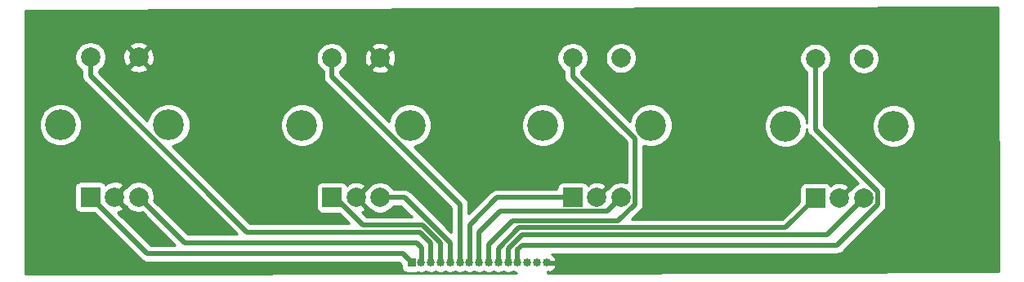
<source format=gbr>
%TF.GenerationSoftware,KiCad,Pcbnew,(5.1.6)-1*%
%TF.CreationDate,2020-06-17T13:42:06+02:00*%
%TF.ProjectId,antrieb smd,616e7472-6965-4622-9073-6d642e6b6963,rev?*%
%TF.SameCoordinates,Original*%
%TF.FileFunction,Copper,L2,Bot*%
%TF.FilePolarity,Positive*%
%FSLAX46Y46*%
G04 Gerber Fmt 4.6, Leading zero omitted, Abs format (unit mm)*
G04 Created by KiCad (PCBNEW (5.1.6)-1) date 2020-06-17 13:42:06*
%MOMM*%
%LPD*%
G01*
G04 APERTURE LIST*
%TA.AperFunction,ComponentPad*%
%ADD10C,2.000000*%
%TD*%
%TA.AperFunction,ComponentPad*%
%ADD11C,3.200000*%
%TD*%
%TA.AperFunction,ComponentPad*%
%ADD12R,2.000000X2.000000*%
%TD*%
%TA.AperFunction,ComponentPad*%
%ADD13R,0.850000X0.850000*%
%TD*%
%TA.AperFunction,ComponentPad*%
%ADD14O,0.850000X0.850000*%
%TD*%
%TA.AperFunction,Conductor*%
%ADD15C,0.500000*%
%TD*%
%TA.AperFunction,Conductor*%
%ADD16C,0.254000*%
%TD*%
G04 APERTURE END LIST*
D10*
%TO.P,SW4,S1*%
%TO.N,Net-(SW4-PadS1)*%
X106790500Y-20996500D03*
%TO.P,SW4,S2*%
%TO.N,Net-(J1-Pad12)*%
X101790500Y-20996500D03*
D11*
%TO.P,SW4,MP*%
%TO.N,N/C*%
X109890500Y-27996500D03*
X98690500Y-27996500D03*
D10*
%TO.P,SW4,B*%
%TO.N,Net-(J1-Pad11)*%
X106790500Y-35496500D03*
%TO.P,SW4,C*%
%TO.N,gnd*%
X104290500Y-35496500D03*
D12*
%TO.P,SW4,A*%
%TO.N,Net-(J1-Pad10)*%
X101790500Y-35496500D03*
%TD*%
D10*
%TO.P,SW3,S1*%
%TO.N,Net-(SW3-PadS1)*%
X81644500Y-20933000D03*
%TO.P,SW3,S2*%
%TO.N,Net-(J1-Pad9)*%
X76644500Y-20933000D03*
D11*
%TO.P,SW3,MP*%
%TO.N,N/C*%
X84744500Y-27933000D03*
X73544500Y-27933000D03*
D10*
%TO.P,SW3,B*%
%TO.N,Net-(J1-Pad8)*%
X81644500Y-35433000D03*
%TO.P,SW3,C*%
%TO.N,gnd*%
X79144500Y-35433000D03*
D12*
%TO.P,SW3,A*%
%TO.N,Net-(J1-Pad7)*%
X76644500Y-35433000D03*
%TD*%
%TO.P,SW2,A*%
%TO.N,Net-(J1-Pad4)*%
X51689000Y-35433000D03*
D10*
%TO.P,SW2,C*%
%TO.N,gnd*%
X54189000Y-35433000D03*
%TO.P,SW2,B*%
%TO.N,Net-(J1-Pad5)*%
X56689000Y-35433000D03*
D11*
%TO.P,SW2,MP*%
%TO.N,N/C*%
X48589000Y-27933000D03*
X59789000Y-27933000D03*
D10*
%TO.P,SW2,S2*%
%TO.N,Net-(J1-Pad6)*%
X51689000Y-20933000D03*
%TO.P,SW2,S1*%
%TO.N,gnd*%
X56689000Y-20933000D03*
%TD*%
D13*
%TO.P,J1,1*%
%TO.N,Net-(J1-Pad1)*%
X59944500Y-42202100D03*
D14*
%TO.P,J1,2*%
%TO.N,Net-(J1-Pad2)*%
X60944500Y-42202100D03*
%TO.P,J1,3*%
%TO.N,Net-(J1-Pad3)*%
X61944500Y-42202100D03*
%TO.P,J1,4*%
%TO.N,Net-(J1-Pad4)*%
X62944500Y-42202100D03*
%TO.P,J1,5*%
%TO.N,Net-(J1-Pad5)*%
X63944500Y-42202100D03*
%TO.P,J1,6*%
%TO.N,Net-(J1-Pad6)*%
X64944500Y-42202100D03*
%TO.P,J1,7*%
%TO.N,Net-(J1-Pad7)*%
X65944500Y-42202100D03*
%TO.P,J1,8*%
%TO.N,Net-(J1-Pad8)*%
X66944500Y-42202100D03*
%TO.P,J1,9*%
%TO.N,Net-(J1-Pad9)*%
X67944500Y-42202100D03*
%TO.P,J1,10*%
%TO.N,Net-(J1-Pad10)*%
X68944500Y-42202100D03*
%TO.P,J1,11*%
%TO.N,Net-(J1-Pad11)*%
X69944500Y-42202100D03*
%TO.P,J1,12*%
%TO.N,Net-(J1-Pad12)*%
X70944500Y-42202100D03*
%TO.P,J1,13*%
%TO.N,data*%
X71944500Y-42202100D03*
%TO.P,J1,14*%
%TO.N,5v*%
X72944500Y-42202100D03*
%TO.P,J1,15*%
%TO.N,gnd*%
X73944500Y-42202100D03*
%TD*%
D10*
%TO.P,SW1,S1*%
%TO.N,gnd*%
X31670000Y-20869500D03*
%TO.P,SW1,S2*%
%TO.N,Net-(J1-Pad3)*%
X26670000Y-20869500D03*
D11*
%TO.P,SW1,MP*%
%TO.N,N/C*%
X34770000Y-27869500D03*
X23570000Y-27869500D03*
D10*
%TO.P,SW1,B*%
%TO.N,Net-(J1-Pad2)*%
X31670000Y-35369500D03*
%TO.P,SW1,C*%
%TO.N,gnd*%
X29170000Y-35369500D03*
D12*
%TO.P,SW1,A*%
%TO.N,Net-(J1-Pad1)*%
X26670000Y-35369500D03*
%TD*%
D15*
%TO.N,Net-(J1-Pad1)*%
X32588200Y-41287700D02*
X26670000Y-35369500D01*
X59944500Y-42202100D02*
X59030100Y-41287700D01*
X59030100Y-41287700D02*
X32588200Y-41287700D01*
%TO.N,Net-(J1-Pad2)*%
X60969900Y-42176700D02*
X60944500Y-42202100D01*
X31670000Y-35369500D02*
X36407100Y-40106600D01*
X60969900Y-40627698D02*
X60969900Y-42176700D01*
X60448802Y-40106600D02*
X60969900Y-40627698D01*
X36407100Y-40106600D02*
X60448802Y-40106600D01*
%TO.N,Net-(J1-Pad3)*%
X42880898Y-39014400D02*
X26670000Y-22803502D01*
X60807600Y-39014400D02*
X42880898Y-39014400D01*
X26670000Y-22803502D02*
X26670000Y-20869500D01*
X61944500Y-42202100D02*
X61944500Y-40151300D01*
X61944500Y-40151300D02*
X60807600Y-39014400D01*
%TO.N,Net-(J1-Pad4)*%
X62944500Y-40161337D02*
X62944500Y-42202100D01*
X54924388Y-38314390D02*
X61097553Y-38314390D01*
X51689000Y-35433000D02*
X52042998Y-35433000D01*
X61097553Y-38314390D02*
X62944500Y-40161337D01*
X52042998Y-35433000D02*
X54924388Y-38314390D01*
%TO.N,Net-(J1-Pad5)*%
X63944500Y-40171375D02*
X63944500Y-42202100D01*
X56689000Y-35433000D02*
X59206125Y-35433000D01*
X59206125Y-35433000D02*
X63944500Y-40171375D01*
%TO.N,Net-(J1-Pad6)*%
X51689000Y-22867002D02*
X51689000Y-20933000D01*
X64969900Y-36147902D02*
X51689000Y-22867002D01*
X64944500Y-42202100D02*
X64969900Y-42176700D01*
X64969900Y-42176700D02*
X64969900Y-36147902D01*
%TO.N,Net-(J1-Pad7)*%
X68783200Y-35433000D02*
X76644500Y-35433000D01*
X65969900Y-38246300D02*
X68783200Y-35433000D01*
X65944500Y-42202100D02*
X65969900Y-42176700D01*
X65969900Y-42176700D02*
X65969900Y-38246300D01*
%TO.N,Net-(J1-Pad8)*%
X80194499Y-36883001D02*
X81644500Y-35433000D01*
X69111199Y-36883001D02*
X80194499Y-36883001D01*
X66944500Y-42202100D02*
X66944500Y-39049700D01*
X66944500Y-39049700D02*
X69111199Y-36883001D01*
%TO.N,Net-(J1-Pad9)*%
X76644500Y-22867002D02*
X76644500Y-20933000D01*
X67944500Y-42202100D02*
X67944500Y-40335700D01*
X83094501Y-29317003D02*
X76644500Y-22867002D01*
X70408800Y-37871400D02*
X81352102Y-37871400D01*
X67944500Y-40335700D02*
X70408800Y-37871400D01*
X81352102Y-37871400D02*
X83094501Y-36129001D01*
X83094501Y-36129001D02*
X83094501Y-29317003D01*
%TO.N,Net-(J1-Pad10)*%
X98715591Y-38571409D02*
X101790500Y-35496500D01*
X68944500Y-40733970D02*
X71107061Y-38571409D01*
X71107061Y-38571409D02*
X98715591Y-38571409D01*
X68944500Y-42202100D02*
X68944500Y-40733970D01*
%TO.N,Net-(J1-Pad11)*%
X69944500Y-40723935D02*
X71397015Y-39271420D01*
X103015580Y-39271420D02*
X105790501Y-36496499D01*
X105790501Y-36496499D02*
X106790500Y-35496500D01*
X69944500Y-42202100D02*
X69944500Y-40723935D01*
X71397015Y-39271420D02*
X103015580Y-39271420D01*
%TO.N,Net-(J1-Pad12)*%
X71372701Y-40412699D02*
X70942200Y-40843200D01*
X101790500Y-28350498D02*
X108240501Y-34800499D01*
X101790500Y-20996500D02*
X101790500Y-28350498D01*
X108240501Y-34800499D02*
X108240501Y-36192501D01*
X104020303Y-40412699D02*
X71372701Y-40412699D01*
X108240501Y-36192501D02*
X104020303Y-40412699D01*
X70942200Y-42199800D02*
X70944500Y-42202100D01*
X70942200Y-40843200D02*
X70942200Y-42199800D01*
%TD*%
D16*
%TO.N,gnd*%
G36*
X120751135Y-43142204D02*
G01*
X74071502Y-43253682D01*
X74071502Y-43094359D01*
X74234562Y-43221640D01*
X74269750Y-43210972D01*
X74460322Y-43128134D01*
X74631071Y-43009709D01*
X74775436Y-42860248D01*
X74887868Y-42685494D01*
X74964047Y-42492164D01*
X74838121Y-42329100D01*
X74071500Y-42329100D01*
X74071500Y-42349100D01*
X73996027Y-42349100D01*
X74004500Y-42306501D01*
X74004500Y-42097699D01*
X73996027Y-42055100D01*
X74071500Y-42055100D01*
X74071500Y-42075100D01*
X74838121Y-42075100D01*
X74964047Y-41912036D01*
X74887868Y-41718706D01*
X74775436Y-41543952D01*
X74631071Y-41394491D01*
X74491513Y-41297699D01*
X103976834Y-41297699D01*
X104020303Y-41301980D01*
X104063772Y-41297699D01*
X104063780Y-41297699D01*
X104193793Y-41284894D01*
X104360616Y-41234288D01*
X104514362Y-41152110D01*
X104649120Y-41041516D01*
X104676837Y-41007743D01*
X108835550Y-36849031D01*
X108869318Y-36821318D01*
X108935497Y-36740680D01*
X108979911Y-36686561D01*
X108979912Y-36686560D01*
X109062090Y-36532814D01*
X109112696Y-36365991D01*
X109125501Y-36235978D01*
X109125501Y-36235968D01*
X109129782Y-36192502D01*
X109125501Y-36149036D01*
X109125501Y-34843968D01*
X109129782Y-34800499D01*
X109125501Y-34757030D01*
X109125501Y-34757022D01*
X109112696Y-34627009D01*
X109062090Y-34460186D01*
X108979912Y-34306440D01*
X108897033Y-34205452D01*
X108897031Y-34205450D01*
X108869318Y-34171682D01*
X108835552Y-34143971D01*
X102675500Y-27983920D01*
X102675500Y-27776372D01*
X107655500Y-27776372D01*
X107655500Y-28216628D01*
X107741390Y-28648425D01*
X107909869Y-29055169D01*
X108154462Y-29421229D01*
X108465771Y-29732538D01*
X108831831Y-29977131D01*
X109238575Y-30145610D01*
X109670372Y-30231500D01*
X110110628Y-30231500D01*
X110542425Y-30145610D01*
X110949169Y-29977131D01*
X111315229Y-29732538D01*
X111626538Y-29421229D01*
X111871131Y-29055169D01*
X112039610Y-28648425D01*
X112125500Y-28216628D01*
X112125500Y-27776372D01*
X112039610Y-27344575D01*
X111871131Y-26937831D01*
X111626538Y-26571771D01*
X111315229Y-26260462D01*
X110949169Y-26015869D01*
X110542425Y-25847390D01*
X110110628Y-25761500D01*
X109670372Y-25761500D01*
X109238575Y-25847390D01*
X108831831Y-26015869D01*
X108465771Y-26260462D01*
X108154462Y-26571771D01*
X107909869Y-26937831D01*
X107741390Y-27344575D01*
X107655500Y-27776372D01*
X102675500Y-27776372D01*
X102675500Y-22371559D01*
X102832752Y-22266487D01*
X103060487Y-22038752D01*
X103239418Y-21770963D01*
X103362668Y-21473412D01*
X103425500Y-21157533D01*
X103425500Y-20835467D01*
X105155500Y-20835467D01*
X105155500Y-21157533D01*
X105218332Y-21473412D01*
X105341582Y-21770963D01*
X105520513Y-22038752D01*
X105748248Y-22266487D01*
X106016037Y-22445418D01*
X106313588Y-22568668D01*
X106629467Y-22631500D01*
X106951533Y-22631500D01*
X107267412Y-22568668D01*
X107564963Y-22445418D01*
X107832752Y-22266487D01*
X108060487Y-22038752D01*
X108239418Y-21770963D01*
X108362668Y-21473412D01*
X108425500Y-21157533D01*
X108425500Y-20835467D01*
X108362668Y-20519588D01*
X108239418Y-20222037D01*
X108060487Y-19954248D01*
X107832752Y-19726513D01*
X107564963Y-19547582D01*
X107267412Y-19424332D01*
X106951533Y-19361500D01*
X106629467Y-19361500D01*
X106313588Y-19424332D01*
X106016037Y-19547582D01*
X105748248Y-19726513D01*
X105520513Y-19954248D01*
X105341582Y-20222037D01*
X105218332Y-20519588D01*
X105155500Y-20835467D01*
X103425500Y-20835467D01*
X103362668Y-20519588D01*
X103239418Y-20222037D01*
X103060487Y-19954248D01*
X102832752Y-19726513D01*
X102564963Y-19547582D01*
X102267412Y-19424332D01*
X101951533Y-19361500D01*
X101629467Y-19361500D01*
X101313588Y-19424332D01*
X101016037Y-19547582D01*
X100748248Y-19726513D01*
X100520513Y-19954248D01*
X100341582Y-20222037D01*
X100218332Y-20519588D01*
X100155500Y-20835467D01*
X100155500Y-21157533D01*
X100218332Y-21473412D01*
X100341582Y-21770963D01*
X100520513Y-22038752D01*
X100748248Y-22266487D01*
X100905500Y-22371560D01*
X100905501Y-27675830D01*
X100839610Y-27344575D01*
X100671131Y-26937831D01*
X100426538Y-26571771D01*
X100115229Y-26260462D01*
X99749169Y-26015869D01*
X99342425Y-25847390D01*
X98910628Y-25761500D01*
X98470372Y-25761500D01*
X98038575Y-25847390D01*
X97631831Y-26015869D01*
X97265771Y-26260462D01*
X96954462Y-26571771D01*
X96709869Y-26937831D01*
X96541390Y-27344575D01*
X96455500Y-27776372D01*
X96455500Y-28216628D01*
X96541390Y-28648425D01*
X96709869Y-29055169D01*
X96954462Y-29421229D01*
X97265771Y-29732538D01*
X97631831Y-29977131D01*
X98038575Y-30145610D01*
X98470372Y-30231500D01*
X98910628Y-30231500D01*
X99342425Y-30145610D01*
X99749169Y-29977131D01*
X100115229Y-29732538D01*
X100426538Y-29421229D01*
X100671131Y-29055169D01*
X100839610Y-28648425D01*
X100903521Y-28327124D01*
X100901219Y-28350498D01*
X100918305Y-28523988D01*
X100968912Y-28690811D01*
X101051090Y-28844557D01*
X101133968Y-28945544D01*
X101133971Y-28945547D01*
X101161684Y-28979315D01*
X101195452Y-29007028D01*
X106171578Y-33983155D01*
X106016037Y-34047582D01*
X105748248Y-34226513D01*
X105520513Y-34454248D01*
X105455575Y-34551435D01*
X105425913Y-34540692D01*
X104470105Y-35496500D01*
X104484248Y-35510643D01*
X104304643Y-35690248D01*
X104290500Y-35676105D01*
X104276358Y-35690248D01*
X104096753Y-35510643D01*
X104110895Y-35496500D01*
X104096753Y-35482358D01*
X104276358Y-35302753D01*
X104290500Y-35316895D01*
X105246308Y-34361087D01*
X105150544Y-34096686D01*
X104860929Y-33955796D01*
X104549392Y-33874116D01*
X104227905Y-33854782D01*
X103908825Y-33898539D01*
X103604412Y-34003705D01*
X103430456Y-34096686D01*
X103376476Y-34245723D01*
X103321037Y-34142006D01*
X103241685Y-34045315D01*
X103144994Y-33965963D01*
X103034680Y-33906998D01*
X102914982Y-33870688D01*
X102790500Y-33858428D01*
X100790500Y-33858428D01*
X100666018Y-33870688D01*
X100546320Y-33906998D01*
X100436006Y-33965963D01*
X100339315Y-34045315D01*
X100259963Y-34142006D01*
X100200998Y-34252320D01*
X100164688Y-34372018D01*
X100152428Y-34496500D01*
X100152428Y-35882993D01*
X98349013Y-37686409D01*
X82788671Y-37686409D01*
X83689551Y-36785530D01*
X83723318Y-36757818D01*
X83781799Y-36686560D01*
X83833911Y-36623061D01*
X83833912Y-36623060D01*
X83916090Y-36469314D01*
X83966696Y-36302491D01*
X83979501Y-36172478D01*
X83979501Y-36172468D01*
X83983782Y-36129002D01*
X83979501Y-36085536D01*
X83979501Y-30035273D01*
X84092575Y-30082110D01*
X84524372Y-30168000D01*
X84964628Y-30168000D01*
X85396425Y-30082110D01*
X85803169Y-29913631D01*
X86169229Y-29669038D01*
X86480538Y-29357729D01*
X86725131Y-28991669D01*
X86893610Y-28584925D01*
X86979500Y-28153128D01*
X86979500Y-27712872D01*
X86893610Y-27281075D01*
X86725131Y-26874331D01*
X86480538Y-26508271D01*
X86169229Y-26196962D01*
X85803169Y-25952369D01*
X85396425Y-25783890D01*
X84964628Y-25698000D01*
X84524372Y-25698000D01*
X84092575Y-25783890D01*
X83685831Y-25952369D01*
X83319771Y-26196962D01*
X83008462Y-26508271D01*
X82763869Y-26874331D01*
X82595390Y-27281075D01*
X82548066Y-27518989D01*
X77529500Y-22500424D01*
X77529500Y-22308059D01*
X77686752Y-22202987D01*
X77914487Y-21975252D01*
X78093418Y-21707463D01*
X78216668Y-21409912D01*
X78279500Y-21094033D01*
X78279500Y-20771967D01*
X80009500Y-20771967D01*
X80009500Y-21094033D01*
X80072332Y-21409912D01*
X80195582Y-21707463D01*
X80374513Y-21975252D01*
X80602248Y-22202987D01*
X80870037Y-22381918D01*
X81167588Y-22505168D01*
X81483467Y-22568000D01*
X81805533Y-22568000D01*
X82121412Y-22505168D01*
X82418963Y-22381918D01*
X82686752Y-22202987D01*
X82914487Y-21975252D01*
X83093418Y-21707463D01*
X83216668Y-21409912D01*
X83279500Y-21094033D01*
X83279500Y-20771967D01*
X83216668Y-20456088D01*
X83093418Y-20158537D01*
X82914487Y-19890748D01*
X82686752Y-19663013D01*
X82418963Y-19484082D01*
X82121412Y-19360832D01*
X81805533Y-19298000D01*
X81483467Y-19298000D01*
X81167588Y-19360832D01*
X80870037Y-19484082D01*
X80602248Y-19663013D01*
X80374513Y-19890748D01*
X80195582Y-20158537D01*
X80072332Y-20456088D01*
X80009500Y-20771967D01*
X78279500Y-20771967D01*
X78216668Y-20456088D01*
X78093418Y-20158537D01*
X77914487Y-19890748D01*
X77686752Y-19663013D01*
X77418963Y-19484082D01*
X77121412Y-19360832D01*
X76805533Y-19298000D01*
X76483467Y-19298000D01*
X76167588Y-19360832D01*
X75870037Y-19484082D01*
X75602248Y-19663013D01*
X75374513Y-19890748D01*
X75195582Y-20158537D01*
X75072332Y-20456088D01*
X75009500Y-20771967D01*
X75009500Y-21094033D01*
X75072332Y-21409912D01*
X75195582Y-21707463D01*
X75374513Y-21975252D01*
X75602248Y-22202987D01*
X75759500Y-22308060D01*
X75759500Y-22823533D01*
X75755219Y-22867002D01*
X75759500Y-22910471D01*
X75759500Y-22910478D01*
X75772305Y-23040491D01*
X75822911Y-23207314D01*
X75905089Y-23361060D01*
X76015683Y-23495819D01*
X76049456Y-23523536D01*
X82209502Y-29683583D01*
X82209501Y-33897320D01*
X82121412Y-33860832D01*
X81805533Y-33798000D01*
X81483467Y-33798000D01*
X81167588Y-33860832D01*
X80870037Y-33984082D01*
X80602248Y-34163013D01*
X80374513Y-34390748D01*
X80309575Y-34487935D01*
X80279913Y-34477192D01*
X79324105Y-35433000D01*
X79338248Y-35447143D01*
X79158643Y-35626748D01*
X79144500Y-35612605D01*
X79130358Y-35626748D01*
X78950753Y-35447143D01*
X78964895Y-35433000D01*
X78950753Y-35418858D01*
X79130358Y-35239253D01*
X79144500Y-35253395D01*
X80100308Y-34297587D01*
X80004544Y-34033186D01*
X79714929Y-33892296D01*
X79403392Y-33810616D01*
X79081905Y-33791282D01*
X78762825Y-33835039D01*
X78458412Y-33940205D01*
X78284456Y-34033186D01*
X78230476Y-34182223D01*
X78175037Y-34078506D01*
X78095685Y-33981815D01*
X77998994Y-33902463D01*
X77888680Y-33843498D01*
X77768982Y-33807188D01*
X77644500Y-33794928D01*
X75644500Y-33794928D01*
X75520018Y-33807188D01*
X75400320Y-33843498D01*
X75290006Y-33902463D01*
X75193315Y-33981815D01*
X75113963Y-34078506D01*
X75054998Y-34188820D01*
X75018688Y-34308518D01*
X75006428Y-34433000D01*
X75006428Y-34548000D01*
X68826666Y-34548000D01*
X68783199Y-34543719D01*
X68739733Y-34548000D01*
X68739723Y-34548000D01*
X68609710Y-34560805D01*
X68442887Y-34611411D01*
X68289141Y-34693589D01*
X68289139Y-34693590D01*
X68289140Y-34693590D01*
X68188153Y-34776468D01*
X68188151Y-34776470D01*
X68154383Y-34804183D01*
X68126670Y-34837951D01*
X65854900Y-37109722D01*
X65854900Y-36191371D01*
X65859181Y-36147902D01*
X65854900Y-36104433D01*
X65854900Y-36104425D01*
X65842095Y-35974412D01*
X65791489Y-35807589D01*
X65709311Y-35653843D01*
X65598717Y-35519085D01*
X65564949Y-35491372D01*
X60203011Y-30129434D01*
X60440925Y-30082110D01*
X60847669Y-29913631D01*
X61213729Y-29669038D01*
X61525038Y-29357729D01*
X61769631Y-28991669D01*
X61938110Y-28584925D01*
X62024000Y-28153128D01*
X62024000Y-27712872D01*
X71309500Y-27712872D01*
X71309500Y-28153128D01*
X71395390Y-28584925D01*
X71563869Y-28991669D01*
X71808462Y-29357729D01*
X72119771Y-29669038D01*
X72485831Y-29913631D01*
X72892575Y-30082110D01*
X73324372Y-30168000D01*
X73764628Y-30168000D01*
X74196425Y-30082110D01*
X74603169Y-29913631D01*
X74969229Y-29669038D01*
X75280538Y-29357729D01*
X75525131Y-28991669D01*
X75693610Y-28584925D01*
X75779500Y-28153128D01*
X75779500Y-27712872D01*
X75693610Y-27281075D01*
X75525131Y-26874331D01*
X75280538Y-26508271D01*
X74969229Y-26196962D01*
X74603169Y-25952369D01*
X74196425Y-25783890D01*
X73764628Y-25698000D01*
X73324372Y-25698000D01*
X72892575Y-25783890D01*
X72485831Y-25952369D01*
X72119771Y-26196962D01*
X71808462Y-26508271D01*
X71563869Y-26874331D01*
X71395390Y-27281075D01*
X71309500Y-27712872D01*
X62024000Y-27712872D01*
X61938110Y-27281075D01*
X61769631Y-26874331D01*
X61525038Y-26508271D01*
X61213729Y-26196962D01*
X60847669Y-25952369D01*
X60440925Y-25783890D01*
X60009128Y-25698000D01*
X59568872Y-25698000D01*
X59137075Y-25783890D01*
X58730331Y-25952369D01*
X58364271Y-26196962D01*
X58052962Y-26508271D01*
X57808369Y-26874331D01*
X57639890Y-27281075D01*
X57592566Y-27518989D01*
X52574000Y-22500424D01*
X52574000Y-22308059D01*
X52731252Y-22202987D01*
X52865826Y-22068413D01*
X55733192Y-22068413D01*
X55828956Y-22332814D01*
X56118571Y-22473704D01*
X56430108Y-22555384D01*
X56751595Y-22574718D01*
X57070675Y-22530961D01*
X57375088Y-22425795D01*
X57549044Y-22332814D01*
X57644808Y-22068413D01*
X56689000Y-21112605D01*
X55733192Y-22068413D01*
X52865826Y-22068413D01*
X52958987Y-21975252D01*
X53137918Y-21707463D01*
X53261168Y-21409912D01*
X53324000Y-21094033D01*
X53324000Y-20995595D01*
X55047282Y-20995595D01*
X55091039Y-21314675D01*
X55196205Y-21619088D01*
X55289186Y-21793044D01*
X55553587Y-21888808D01*
X56509395Y-20933000D01*
X56868605Y-20933000D01*
X57824413Y-21888808D01*
X58088814Y-21793044D01*
X58229704Y-21503429D01*
X58311384Y-21191892D01*
X58330718Y-20870405D01*
X58286961Y-20551325D01*
X58181795Y-20246912D01*
X58088814Y-20072956D01*
X57824413Y-19977192D01*
X56868605Y-20933000D01*
X56509395Y-20933000D01*
X55553587Y-19977192D01*
X55289186Y-20072956D01*
X55148296Y-20362571D01*
X55066616Y-20674108D01*
X55047282Y-20995595D01*
X53324000Y-20995595D01*
X53324000Y-20771967D01*
X53261168Y-20456088D01*
X53137918Y-20158537D01*
X52958987Y-19890748D01*
X52865826Y-19797587D01*
X55733192Y-19797587D01*
X56689000Y-20753395D01*
X57644808Y-19797587D01*
X57549044Y-19533186D01*
X57259429Y-19392296D01*
X56947892Y-19310616D01*
X56626405Y-19291282D01*
X56307325Y-19335039D01*
X56002912Y-19440205D01*
X55828956Y-19533186D01*
X55733192Y-19797587D01*
X52865826Y-19797587D01*
X52731252Y-19663013D01*
X52463463Y-19484082D01*
X52165912Y-19360832D01*
X51850033Y-19298000D01*
X51527967Y-19298000D01*
X51212088Y-19360832D01*
X50914537Y-19484082D01*
X50646748Y-19663013D01*
X50419013Y-19890748D01*
X50240082Y-20158537D01*
X50116832Y-20456088D01*
X50054000Y-20771967D01*
X50054000Y-21094033D01*
X50116832Y-21409912D01*
X50240082Y-21707463D01*
X50419013Y-21975252D01*
X50646748Y-22202987D01*
X50804000Y-22308060D01*
X50804000Y-22823533D01*
X50799719Y-22867002D01*
X50804000Y-22910471D01*
X50804000Y-22910478D01*
X50816805Y-23040491D01*
X50867411Y-23207314D01*
X50949589Y-23361060D01*
X51060183Y-23495819D01*
X51093956Y-23523536D01*
X64084901Y-36514482D01*
X64084901Y-39060197D01*
X59862659Y-34837956D01*
X59834942Y-34804183D01*
X59700184Y-34693589D01*
X59546438Y-34611411D01*
X59379615Y-34560805D01*
X59249602Y-34548000D01*
X59249594Y-34548000D01*
X59206125Y-34543719D01*
X59162656Y-34548000D01*
X58064059Y-34548000D01*
X57958987Y-34390748D01*
X57731252Y-34163013D01*
X57463463Y-33984082D01*
X57165912Y-33860832D01*
X56850033Y-33798000D01*
X56527967Y-33798000D01*
X56212088Y-33860832D01*
X55914537Y-33984082D01*
X55646748Y-34163013D01*
X55419013Y-34390748D01*
X55354075Y-34487935D01*
X55324413Y-34477192D01*
X54368605Y-35433000D01*
X55324413Y-36388808D01*
X55354075Y-36378065D01*
X55419013Y-36475252D01*
X55646748Y-36702987D01*
X55914537Y-36881918D01*
X56212088Y-37005168D01*
X56527967Y-37068000D01*
X56850033Y-37068000D01*
X57165912Y-37005168D01*
X57463463Y-36881918D01*
X57731252Y-36702987D01*
X57958987Y-36475252D01*
X58064059Y-36318000D01*
X58839547Y-36318000D01*
X59950937Y-37429390D01*
X55290967Y-37429390D01*
X54809894Y-36948318D01*
X54875088Y-36925795D01*
X55049044Y-36832814D01*
X55144808Y-36568413D01*
X54189000Y-35612605D01*
X54174858Y-35626748D01*
X53995253Y-35447143D01*
X54009395Y-35433000D01*
X53995253Y-35418858D01*
X54174858Y-35239253D01*
X54189000Y-35253395D01*
X55144808Y-34297587D01*
X55049044Y-34033186D01*
X54759429Y-33892296D01*
X54447892Y-33810616D01*
X54126405Y-33791282D01*
X53807325Y-33835039D01*
X53502912Y-33940205D01*
X53328956Y-34033186D01*
X53274976Y-34182223D01*
X53219537Y-34078506D01*
X53140185Y-33981815D01*
X53043494Y-33902463D01*
X52933180Y-33843498D01*
X52813482Y-33807188D01*
X52689000Y-33794928D01*
X50689000Y-33794928D01*
X50564518Y-33807188D01*
X50444820Y-33843498D01*
X50334506Y-33902463D01*
X50237815Y-33981815D01*
X50158463Y-34078506D01*
X50099498Y-34188820D01*
X50063188Y-34308518D01*
X50050928Y-34433000D01*
X50050928Y-36433000D01*
X50063188Y-36557482D01*
X50099498Y-36677180D01*
X50158463Y-36787494D01*
X50237815Y-36884185D01*
X50334506Y-36963537D01*
X50444820Y-37022502D01*
X50564518Y-37058812D01*
X50689000Y-37071072D01*
X52429492Y-37071072D01*
X53487819Y-38129400D01*
X43247477Y-38129400D01*
X35184011Y-30065934D01*
X35421925Y-30018610D01*
X35828669Y-29850131D01*
X36194729Y-29605538D01*
X36506038Y-29294229D01*
X36750631Y-28928169D01*
X36919110Y-28521425D01*
X37005000Y-28089628D01*
X37005000Y-27712872D01*
X46354000Y-27712872D01*
X46354000Y-28153128D01*
X46439890Y-28584925D01*
X46608369Y-28991669D01*
X46852962Y-29357729D01*
X47164271Y-29669038D01*
X47530331Y-29913631D01*
X47937075Y-30082110D01*
X48368872Y-30168000D01*
X48809128Y-30168000D01*
X49240925Y-30082110D01*
X49647669Y-29913631D01*
X50013729Y-29669038D01*
X50325038Y-29357729D01*
X50569631Y-28991669D01*
X50738110Y-28584925D01*
X50824000Y-28153128D01*
X50824000Y-27712872D01*
X50738110Y-27281075D01*
X50569631Y-26874331D01*
X50325038Y-26508271D01*
X50013729Y-26196962D01*
X49647669Y-25952369D01*
X49240925Y-25783890D01*
X48809128Y-25698000D01*
X48368872Y-25698000D01*
X47937075Y-25783890D01*
X47530331Y-25952369D01*
X47164271Y-26196962D01*
X46852962Y-26508271D01*
X46608369Y-26874331D01*
X46439890Y-27281075D01*
X46354000Y-27712872D01*
X37005000Y-27712872D01*
X37005000Y-27649372D01*
X36919110Y-27217575D01*
X36750631Y-26810831D01*
X36506038Y-26444771D01*
X36194729Y-26133462D01*
X35828669Y-25888869D01*
X35421925Y-25720390D01*
X34990128Y-25634500D01*
X34549872Y-25634500D01*
X34118075Y-25720390D01*
X33711331Y-25888869D01*
X33345271Y-26133462D01*
X33033962Y-26444771D01*
X32789369Y-26810831D01*
X32620890Y-27217575D01*
X32573566Y-27455489D01*
X27555000Y-22436924D01*
X27555000Y-22244559D01*
X27712252Y-22139487D01*
X27846826Y-22004913D01*
X30714192Y-22004913D01*
X30809956Y-22269314D01*
X31099571Y-22410204D01*
X31411108Y-22491884D01*
X31732595Y-22511218D01*
X32051675Y-22467461D01*
X32356088Y-22362295D01*
X32530044Y-22269314D01*
X32625808Y-22004913D01*
X31670000Y-21049105D01*
X30714192Y-22004913D01*
X27846826Y-22004913D01*
X27939987Y-21911752D01*
X28118918Y-21643963D01*
X28242168Y-21346412D01*
X28305000Y-21030533D01*
X28305000Y-20932095D01*
X30028282Y-20932095D01*
X30072039Y-21251175D01*
X30177205Y-21555588D01*
X30270186Y-21729544D01*
X30534587Y-21825308D01*
X31490395Y-20869500D01*
X31849605Y-20869500D01*
X32805413Y-21825308D01*
X33069814Y-21729544D01*
X33210704Y-21439929D01*
X33292384Y-21128392D01*
X33311718Y-20806905D01*
X33267961Y-20487825D01*
X33162795Y-20183412D01*
X33069814Y-20009456D01*
X32805413Y-19913692D01*
X31849605Y-20869500D01*
X31490395Y-20869500D01*
X30534587Y-19913692D01*
X30270186Y-20009456D01*
X30129296Y-20299071D01*
X30047616Y-20610608D01*
X30028282Y-20932095D01*
X28305000Y-20932095D01*
X28305000Y-20708467D01*
X28242168Y-20392588D01*
X28118918Y-20095037D01*
X27939987Y-19827248D01*
X27846826Y-19734087D01*
X30714192Y-19734087D01*
X31670000Y-20689895D01*
X32625808Y-19734087D01*
X32530044Y-19469686D01*
X32240429Y-19328796D01*
X31928892Y-19247116D01*
X31607405Y-19227782D01*
X31288325Y-19271539D01*
X30983912Y-19376705D01*
X30809956Y-19469686D01*
X30714192Y-19734087D01*
X27846826Y-19734087D01*
X27712252Y-19599513D01*
X27444463Y-19420582D01*
X27146912Y-19297332D01*
X26831033Y-19234500D01*
X26508967Y-19234500D01*
X26193088Y-19297332D01*
X25895537Y-19420582D01*
X25627748Y-19599513D01*
X25400013Y-19827248D01*
X25221082Y-20095037D01*
X25097832Y-20392588D01*
X25035000Y-20708467D01*
X25035000Y-21030533D01*
X25097832Y-21346412D01*
X25221082Y-21643963D01*
X25400013Y-21911752D01*
X25627748Y-22139487D01*
X25785000Y-22244560D01*
X25785000Y-22760033D01*
X25780719Y-22803502D01*
X25785000Y-22846971D01*
X25785000Y-22846978D01*
X25797805Y-22976991D01*
X25848411Y-23143814D01*
X25930589Y-23297560D01*
X26041183Y-23432319D01*
X26074956Y-23460036D01*
X41836519Y-39221600D01*
X36773679Y-39221600D01*
X33268103Y-35716025D01*
X33305000Y-35530533D01*
X33305000Y-35208467D01*
X33242168Y-34892588D01*
X33118918Y-34595037D01*
X32939987Y-34327248D01*
X32712252Y-34099513D01*
X32444463Y-33920582D01*
X32146912Y-33797332D01*
X31831033Y-33734500D01*
X31508967Y-33734500D01*
X31193088Y-33797332D01*
X30895537Y-33920582D01*
X30627748Y-34099513D01*
X30400013Y-34327248D01*
X30335075Y-34424435D01*
X30305413Y-34413692D01*
X29349605Y-35369500D01*
X30305413Y-36325308D01*
X30335075Y-36314565D01*
X30400013Y-36411752D01*
X30627748Y-36639487D01*
X30895537Y-36818418D01*
X31193088Y-36941668D01*
X31508967Y-37004500D01*
X31831033Y-37004500D01*
X32016525Y-36967603D01*
X35451621Y-40402700D01*
X32954779Y-40402700D01*
X29523415Y-36971336D01*
X29551675Y-36967461D01*
X29856088Y-36862295D01*
X30030044Y-36769314D01*
X30125808Y-36504913D01*
X29170000Y-35549105D01*
X29155858Y-35563248D01*
X28976253Y-35383643D01*
X28990395Y-35369500D01*
X28976253Y-35355358D01*
X29155858Y-35175753D01*
X29170000Y-35189895D01*
X30125808Y-34234087D01*
X30030044Y-33969686D01*
X29740429Y-33828796D01*
X29428892Y-33747116D01*
X29107405Y-33727782D01*
X28788325Y-33771539D01*
X28483912Y-33876705D01*
X28309956Y-33969686D01*
X28255976Y-34118723D01*
X28200537Y-34015006D01*
X28121185Y-33918315D01*
X28024494Y-33838963D01*
X27914180Y-33779998D01*
X27794482Y-33743688D01*
X27670000Y-33731428D01*
X25670000Y-33731428D01*
X25545518Y-33743688D01*
X25425820Y-33779998D01*
X25315506Y-33838963D01*
X25218815Y-33918315D01*
X25139463Y-34015006D01*
X25080498Y-34125320D01*
X25044188Y-34245018D01*
X25031928Y-34369500D01*
X25031928Y-36369500D01*
X25044188Y-36493982D01*
X25080498Y-36613680D01*
X25139463Y-36723994D01*
X25218815Y-36820685D01*
X25315506Y-36900037D01*
X25425820Y-36959002D01*
X25545518Y-36995312D01*
X25670000Y-37007572D01*
X27056494Y-37007572D01*
X31931670Y-41882749D01*
X31959383Y-41916517D01*
X31993151Y-41944230D01*
X31993153Y-41944232D01*
X32065018Y-42003210D01*
X32094141Y-42027111D01*
X32247887Y-42109289D01*
X32414710Y-42159895D01*
X32544723Y-42172700D01*
X32544731Y-42172700D01*
X32588200Y-42176981D01*
X32631669Y-42172700D01*
X58663522Y-42172700D01*
X58881428Y-42390607D01*
X58881428Y-42627100D01*
X58893688Y-42751582D01*
X58929998Y-42871280D01*
X58988963Y-42981594D01*
X59068315Y-43078285D01*
X59165006Y-43157637D01*
X59275320Y-43216602D01*
X59395018Y-43252912D01*
X59519500Y-43265172D01*
X60369500Y-43265172D01*
X60493982Y-43252912D01*
X60613680Y-43216602D01*
X60618103Y-43214238D01*
X60635309Y-43221365D01*
X60840099Y-43262100D01*
X61048901Y-43262100D01*
X61253691Y-43221365D01*
X61444500Y-43142329D01*
X61635309Y-43221365D01*
X61840099Y-43262100D01*
X62048901Y-43262100D01*
X62253691Y-43221365D01*
X62444500Y-43142329D01*
X62635309Y-43221365D01*
X62840099Y-43262100D01*
X63048901Y-43262100D01*
X63253691Y-43221365D01*
X63444500Y-43142329D01*
X63635309Y-43221365D01*
X63840099Y-43262100D01*
X64048901Y-43262100D01*
X64253691Y-43221365D01*
X64444500Y-43142329D01*
X64635309Y-43221365D01*
X64840099Y-43262100D01*
X65048901Y-43262100D01*
X65253691Y-43221365D01*
X65444500Y-43142329D01*
X65635309Y-43221365D01*
X65840099Y-43262100D01*
X66048901Y-43262100D01*
X66253691Y-43221365D01*
X66444500Y-43142329D01*
X66635309Y-43221365D01*
X66840099Y-43262100D01*
X67048901Y-43262100D01*
X67253691Y-43221365D01*
X67444500Y-43142329D01*
X67635309Y-43221365D01*
X67840099Y-43262100D01*
X68048901Y-43262100D01*
X68253691Y-43221365D01*
X68444500Y-43142329D01*
X68635309Y-43221365D01*
X68840099Y-43262100D01*
X69048901Y-43262100D01*
X69253691Y-43221365D01*
X69444500Y-43142329D01*
X69635309Y-43221365D01*
X69840099Y-43262100D01*
X70048901Y-43262100D01*
X70253691Y-43221365D01*
X70444500Y-43142329D01*
X70635309Y-43221365D01*
X70836612Y-43261406D01*
X19964400Y-43382896D01*
X19964400Y-27649372D01*
X21335000Y-27649372D01*
X21335000Y-28089628D01*
X21420890Y-28521425D01*
X21589369Y-28928169D01*
X21833962Y-29294229D01*
X22145271Y-29605538D01*
X22511331Y-29850131D01*
X22918075Y-30018610D01*
X23349872Y-30104500D01*
X23790128Y-30104500D01*
X24221925Y-30018610D01*
X24628669Y-29850131D01*
X24994729Y-29605538D01*
X25306038Y-29294229D01*
X25550631Y-28928169D01*
X25719110Y-28521425D01*
X25805000Y-28089628D01*
X25805000Y-27649372D01*
X25719110Y-27217575D01*
X25550631Y-26810831D01*
X25306038Y-26444771D01*
X24994729Y-26133462D01*
X24628669Y-25888869D01*
X24221925Y-25720390D01*
X23790128Y-25634500D01*
X23349872Y-25634500D01*
X22918075Y-25720390D01*
X22511331Y-25888869D01*
X22145271Y-26133462D01*
X21833962Y-26444771D01*
X21589369Y-26810831D01*
X21420890Y-27217575D01*
X21335000Y-27649372D01*
X19964400Y-27649372D01*
X19964400Y-15976233D01*
X120650466Y-15684866D01*
X120751135Y-43142204D01*
G37*
X120751135Y-43142204D02*
X74071502Y-43253682D01*
X74071502Y-43094359D01*
X74234562Y-43221640D01*
X74269750Y-43210972D01*
X74460322Y-43128134D01*
X74631071Y-43009709D01*
X74775436Y-42860248D01*
X74887868Y-42685494D01*
X74964047Y-42492164D01*
X74838121Y-42329100D01*
X74071500Y-42329100D01*
X74071500Y-42349100D01*
X73996027Y-42349100D01*
X74004500Y-42306501D01*
X74004500Y-42097699D01*
X73996027Y-42055100D01*
X74071500Y-42055100D01*
X74071500Y-42075100D01*
X74838121Y-42075100D01*
X74964047Y-41912036D01*
X74887868Y-41718706D01*
X74775436Y-41543952D01*
X74631071Y-41394491D01*
X74491513Y-41297699D01*
X103976834Y-41297699D01*
X104020303Y-41301980D01*
X104063772Y-41297699D01*
X104063780Y-41297699D01*
X104193793Y-41284894D01*
X104360616Y-41234288D01*
X104514362Y-41152110D01*
X104649120Y-41041516D01*
X104676837Y-41007743D01*
X108835550Y-36849031D01*
X108869318Y-36821318D01*
X108935497Y-36740680D01*
X108979911Y-36686561D01*
X108979912Y-36686560D01*
X109062090Y-36532814D01*
X109112696Y-36365991D01*
X109125501Y-36235978D01*
X109125501Y-36235968D01*
X109129782Y-36192502D01*
X109125501Y-36149036D01*
X109125501Y-34843968D01*
X109129782Y-34800499D01*
X109125501Y-34757030D01*
X109125501Y-34757022D01*
X109112696Y-34627009D01*
X109062090Y-34460186D01*
X108979912Y-34306440D01*
X108897033Y-34205452D01*
X108897031Y-34205450D01*
X108869318Y-34171682D01*
X108835552Y-34143971D01*
X102675500Y-27983920D01*
X102675500Y-27776372D01*
X107655500Y-27776372D01*
X107655500Y-28216628D01*
X107741390Y-28648425D01*
X107909869Y-29055169D01*
X108154462Y-29421229D01*
X108465771Y-29732538D01*
X108831831Y-29977131D01*
X109238575Y-30145610D01*
X109670372Y-30231500D01*
X110110628Y-30231500D01*
X110542425Y-30145610D01*
X110949169Y-29977131D01*
X111315229Y-29732538D01*
X111626538Y-29421229D01*
X111871131Y-29055169D01*
X112039610Y-28648425D01*
X112125500Y-28216628D01*
X112125500Y-27776372D01*
X112039610Y-27344575D01*
X111871131Y-26937831D01*
X111626538Y-26571771D01*
X111315229Y-26260462D01*
X110949169Y-26015869D01*
X110542425Y-25847390D01*
X110110628Y-25761500D01*
X109670372Y-25761500D01*
X109238575Y-25847390D01*
X108831831Y-26015869D01*
X108465771Y-26260462D01*
X108154462Y-26571771D01*
X107909869Y-26937831D01*
X107741390Y-27344575D01*
X107655500Y-27776372D01*
X102675500Y-27776372D01*
X102675500Y-22371559D01*
X102832752Y-22266487D01*
X103060487Y-22038752D01*
X103239418Y-21770963D01*
X103362668Y-21473412D01*
X103425500Y-21157533D01*
X103425500Y-20835467D01*
X105155500Y-20835467D01*
X105155500Y-21157533D01*
X105218332Y-21473412D01*
X105341582Y-21770963D01*
X105520513Y-22038752D01*
X105748248Y-22266487D01*
X106016037Y-22445418D01*
X106313588Y-22568668D01*
X106629467Y-22631500D01*
X106951533Y-22631500D01*
X107267412Y-22568668D01*
X107564963Y-22445418D01*
X107832752Y-22266487D01*
X108060487Y-22038752D01*
X108239418Y-21770963D01*
X108362668Y-21473412D01*
X108425500Y-21157533D01*
X108425500Y-20835467D01*
X108362668Y-20519588D01*
X108239418Y-20222037D01*
X108060487Y-19954248D01*
X107832752Y-19726513D01*
X107564963Y-19547582D01*
X107267412Y-19424332D01*
X106951533Y-19361500D01*
X106629467Y-19361500D01*
X106313588Y-19424332D01*
X106016037Y-19547582D01*
X105748248Y-19726513D01*
X105520513Y-19954248D01*
X105341582Y-20222037D01*
X105218332Y-20519588D01*
X105155500Y-20835467D01*
X103425500Y-20835467D01*
X103362668Y-20519588D01*
X103239418Y-20222037D01*
X103060487Y-19954248D01*
X102832752Y-19726513D01*
X102564963Y-19547582D01*
X102267412Y-19424332D01*
X101951533Y-19361500D01*
X101629467Y-19361500D01*
X101313588Y-19424332D01*
X101016037Y-19547582D01*
X100748248Y-19726513D01*
X100520513Y-19954248D01*
X100341582Y-20222037D01*
X100218332Y-20519588D01*
X100155500Y-20835467D01*
X100155500Y-21157533D01*
X100218332Y-21473412D01*
X100341582Y-21770963D01*
X100520513Y-22038752D01*
X100748248Y-22266487D01*
X100905500Y-22371560D01*
X100905501Y-27675830D01*
X100839610Y-27344575D01*
X100671131Y-26937831D01*
X100426538Y-26571771D01*
X100115229Y-26260462D01*
X99749169Y-26015869D01*
X99342425Y-25847390D01*
X98910628Y-25761500D01*
X98470372Y-25761500D01*
X98038575Y-25847390D01*
X97631831Y-26015869D01*
X97265771Y-26260462D01*
X96954462Y-26571771D01*
X96709869Y-26937831D01*
X96541390Y-27344575D01*
X96455500Y-27776372D01*
X96455500Y-28216628D01*
X96541390Y-28648425D01*
X96709869Y-29055169D01*
X96954462Y-29421229D01*
X97265771Y-29732538D01*
X97631831Y-29977131D01*
X98038575Y-30145610D01*
X98470372Y-30231500D01*
X98910628Y-30231500D01*
X99342425Y-30145610D01*
X99749169Y-29977131D01*
X100115229Y-29732538D01*
X100426538Y-29421229D01*
X100671131Y-29055169D01*
X100839610Y-28648425D01*
X100903521Y-28327124D01*
X100901219Y-28350498D01*
X100918305Y-28523988D01*
X100968912Y-28690811D01*
X101051090Y-28844557D01*
X101133968Y-28945544D01*
X101133971Y-28945547D01*
X101161684Y-28979315D01*
X101195452Y-29007028D01*
X106171578Y-33983155D01*
X106016037Y-34047582D01*
X105748248Y-34226513D01*
X105520513Y-34454248D01*
X105455575Y-34551435D01*
X105425913Y-34540692D01*
X104470105Y-35496500D01*
X104484248Y-35510643D01*
X104304643Y-35690248D01*
X104290500Y-35676105D01*
X104276358Y-35690248D01*
X104096753Y-35510643D01*
X104110895Y-35496500D01*
X104096753Y-35482358D01*
X104276358Y-35302753D01*
X104290500Y-35316895D01*
X105246308Y-34361087D01*
X105150544Y-34096686D01*
X104860929Y-33955796D01*
X104549392Y-33874116D01*
X104227905Y-33854782D01*
X103908825Y-33898539D01*
X103604412Y-34003705D01*
X103430456Y-34096686D01*
X103376476Y-34245723D01*
X103321037Y-34142006D01*
X103241685Y-34045315D01*
X103144994Y-33965963D01*
X103034680Y-33906998D01*
X102914982Y-33870688D01*
X102790500Y-33858428D01*
X100790500Y-33858428D01*
X100666018Y-33870688D01*
X100546320Y-33906998D01*
X100436006Y-33965963D01*
X100339315Y-34045315D01*
X100259963Y-34142006D01*
X100200998Y-34252320D01*
X100164688Y-34372018D01*
X100152428Y-34496500D01*
X100152428Y-35882993D01*
X98349013Y-37686409D01*
X82788671Y-37686409D01*
X83689551Y-36785530D01*
X83723318Y-36757818D01*
X83781799Y-36686560D01*
X83833911Y-36623061D01*
X83833912Y-36623060D01*
X83916090Y-36469314D01*
X83966696Y-36302491D01*
X83979501Y-36172478D01*
X83979501Y-36172468D01*
X83983782Y-36129002D01*
X83979501Y-36085536D01*
X83979501Y-30035273D01*
X84092575Y-30082110D01*
X84524372Y-30168000D01*
X84964628Y-30168000D01*
X85396425Y-30082110D01*
X85803169Y-29913631D01*
X86169229Y-29669038D01*
X86480538Y-29357729D01*
X86725131Y-28991669D01*
X86893610Y-28584925D01*
X86979500Y-28153128D01*
X86979500Y-27712872D01*
X86893610Y-27281075D01*
X86725131Y-26874331D01*
X86480538Y-26508271D01*
X86169229Y-26196962D01*
X85803169Y-25952369D01*
X85396425Y-25783890D01*
X84964628Y-25698000D01*
X84524372Y-25698000D01*
X84092575Y-25783890D01*
X83685831Y-25952369D01*
X83319771Y-26196962D01*
X83008462Y-26508271D01*
X82763869Y-26874331D01*
X82595390Y-27281075D01*
X82548066Y-27518989D01*
X77529500Y-22500424D01*
X77529500Y-22308059D01*
X77686752Y-22202987D01*
X77914487Y-21975252D01*
X78093418Y-21707463D01*
X78216668Y-21409912D01*
X78279500Y-21094033D01*
X78279500Y-20771967D01*
X80009500Y-20771967D01*
X80009500Y-21094033D01*
X80072332Y-21409912D01*
X80195582Y-21707463D01*
X80374513Y-21975252D01*
X80602248Y-22202987D01*
X80870037Y-22381918D01*
X81167588Y-22505168D01*
X81483467Y-22568000D01*
X81805533Y-22568000D01*
X82121412Y-22505168D01*
X82418963Y-22381918D01*
X82686752Y-22202987D01*
X82914487Y-21975252D01*
X83093418Y-21707463D01*
X83216668Y-21409912D01*
X83279500Y-21094033D01*
X83279500Y-20771967D01*
X83216668Y-20456088D01*
X83093418Y-20158537D01*
X82914487Y-19890748D01*
X82686752Y-19663013D01*
X82418963Y-19484082D01*
X82121412Y-19360832D01*
X81805533Y-19298000D01*
X81483467Y-19298000D01*
X81167588Y-19360832D01*
X80870037Y-19484082D01*
X80602248Y-19663013D01*
X80374513Y-19890748D01*
X80195582Y-20158537D01*
X80072332Y-20456088D01*
X80009500Y-20771967D01*
X78279500Y-20771967D01*
X78216668Y-20456088D01*
X78093418Y-20158537D01*
X77914487Y-19890748D01*
X77686752Y-19663013D01*
X77418963Y-19484082D01*
X77121412Y-19360832D01*
X76805533Y-19298000D01*
X76483467Y-19298000D01*
X76167588Y-19360832D01*
X75870037Y-19484082D01*
X75602248Y-19663013D01*
X75374513Y-19890748D01*
X75195582Y-20158537D01*
X75072332Y-20456088D01*
X75009500Y-20771967D01*
X75009500Y-21094033D01*
X75072332Y-21409912D01*
X75195582Y-21707463D01*
X75374513Y-21975252D01*
X75602248Y-22202987D01*
X75759500Y-22308060D01*
X75759500Y-22823533D01*
X75755219Y-22867002D01*
X75759500Y-22910471D01*
X75759500Y-22910478D01*
X75772305Y-23040491D01*
X75822911Y-23207314D01*
X75905089Y-23361060D01*
X76015683Y-23495819D01*
X76049456Y-23523536D01*
X82209502Y-29683583D01*
X82209501Y-33897320D01*
X82121412Y-33860832D01*
X81805533Y-33798000D01*
X81483467Y-33798000D01*
X81167588Y-33860832D01*
X80870037Y-33984082D01*
X80602248Y-34163013D01*
X80374513Y-34390748D01*
X80309575Y-34487935D01*
X80279913Y-34477192D01*
X79324105Y-35433000D01*
X79338248Y-35447143D01*
X79158643Y-35626748D01*
X79144500Y-35612605D01*
X79130358Y-35626748D01*
X78950753Y-35447143D01*
X78964895Y-35433000D01*
X78950753Y-35418858D01*
X79130358Y-35239253D01*
X79144500Y-35253395D01*
X80100308Y-34297587D01*
X80004544Y-34033186D01*
X79714929Y-33892296D01*
X79403392Y-33810616D01*
X79081905Y-33791282D01*
X78762825Y-33835039D01*
X78458412Y-33940205D01*
X78284456Y-34033186D01*
X78230476Y-34182223D01*
X78175037Y-34078506D01*
X78095685Y-33981815D01*
X77998994Y-33902463D01*
X77888680Y-33843498D01*
X77768982Y-33807188D01*
X77644500Y-33794928D01*
X75644500Y-33794928D01*
X75520018Y-33807188D01*
X75400320Y-33843498D01*
X75290006Y-33902463D01*
X75193315Y-33981815D01*
X75113963Y-34078506D01*
X75054998Y-34188820D01*
X75018688Y-34308518D01*
X75006428Y-34433000D01*
X75006428Y-34548000D01*
X68826666Y-34548000D01*
X68783199Y-34543719D01*
X68739733Y-34548000D01*
X68739723Y-34548000D01*
X68609710Y-34560805D01*
X68442887Y-34611411D01*
X68289141Y-34693589D01*
X68289139Y-34693590D01*
X68289140Y-34693590D01*
X68188153Y-34776468D01*
X68188151Y-34776470D01*
X68154383Y-34804183D01*
X68126670Y-34837951D01*
X65854900Y-37109722D01*
X65854900Y-36191371D01*
X65859181Y-36147902D01*
X65854900Y-36104433D01*
X65854900Y-36104425D01*
X65842095Y-35974412D01*
X65791489Y-35807589D01*
X65709311Y-35653843D01*
X65598717Y-35519085D01*
X65564949Y-35491372D01*
X60203011Y-30129434D01*
X60440925Y-30082110D01*
X60847669Y-29913631D01*
X61213729Y-29669038D01*
X61525038Y-29357729D01*
X61769631Y-28991669D01*
X61938110Y-28584925D01*
X62024000Y-28153128D01*
X62024000Y-27712872D01*
X71309500Y-27712872D01*
X71309500Y-28153128D01*
X71395390Y-28584925D01*
X71563869Y-28991669D01*
X71808462Y-29357729D01*
X72119771Y-29669038D01*
X72485831Y-29913631D01*
X72892575Y-30082110D01*
X73324372Y-30168000D01*
X73764628Y-30168000D01*
X74196425Y-30082110D01*
X74603169Y-29913631D01*
X74969229Y-29669038D01*
X75280538Y-29357729D01*
X75525131Y-28991669D01*
X75693610Y-28584925D01*
X75779500Y-28153128D01*
X75779500Y-27712872D01*
X75693610Y-27281075D01*
X75525131Y-26874331D01*
X75280538Y-26508271D01*
X74969229Y-26196962D01*
X74603169Y-25952369D01*
X74196425Y-25783890D01*
X73764628Y-25698000D01*
X73324372Y-25698000D01*
X72892575Y-25783890D01*
X72485831Y-25952369D01*
X72119771Y-26196962D01*
X71808462Y-26508271D01*
X71563869Y-26874331D01*
X71395390Y-27281075D01*
X71309500Y-27712872D01*
X62024000Y-27712872D01*
X61938110Y-27281075D01*
X61769631Y-26874331D01*
X61525038Y-26508271D01*
X61213729Y-26196962D01*
X60847669Y-25952369D01*
X60440925Y-25783890D01*
X60009128Y-25698000D01*
X59568872Y-25698000D01*
X59137075Y-25783890D01*
X58730331Y-25952369D01*
X58364271Y-26196962D01*
X58052962Y-26508271D01*
X57808369Y-26874331D01*
X57639890Y-27281075D01*
X57592566Y-27518989D01*
X52574000Y-22500424D01*
X52574000Y-22308059D01*
X52731252Y-22202987D01*
X52865826Y-22068413D01*
X55733192Y-22068413D01*
X55828956Y-22332814D01*
X56118571Y-22473704D01*
X56430108Y-22555384D01*
X56751595Y-22574718D01*
X57070675Y-22530961D01*
X57375088Y-22425795D01*
X57549044Y-22332814D01*
X57644808Y-22068413D01*
X56689000Y-21112605D01*
X55733192Y-22068413D01*
X52865826Y-22068413D01*
X52958987Y-21975252D01*
X53137918Y-21707463D01*
X53261168Y-21409912D01*
X53324000Y-21094033D01*
X53324000Y-20995595D01*
X55047282Y-20995595D01*
X55091039Y-21314675D01*
X55196205Y-21619088D01*
X55289186Y-21793044D01*
X55553587Y-21888808D01*
X56509395Y-20933000D01*
X56868605Y-20933000D01*
X57824413Y-21888808D01*
X58088814Y-21793044D01*
X58229704Y-21503429D01*
X58311384Y-21191892D01*
X58330718Y-20870405D01*
X58286961Y-20551325D01*
X58181795Y-20246912D01*
X58088814Y-20072956D01*
X57824413Y-19977192D01*
X56868605Y-20933000D01*
X56509395Y-20933000D01*
X55553587Y-19977192D01*
X55289186Y-20072956D01*
X55148296Y-20362571D01*
X55066616Y-20674108D01*
X55047282Y-20995595D01*
X53324000Y-20995595D01*
X53324000Y-20771967D01*
X53261168Y-20456088D01*
X53137918Y-20158537D01*
X52958987Y-19890748D01*
X52865826Y-19797587D01*
X55733192Y-19797587D01*
X56689000Y-20753395D01*
X57644808Y-19797587D01*
X57549044Y-19533186D01*
X57259429Y-19392296D01*
X56947892Y-19310616D01*
X56626405Y-19291282D01*
X56307325Y-19335039D01*
X56002912Y-19440205D01*
X55828956Y-19533186D01*
X55733192Y-19797587D01*
X52865826Y-19797587D01*
X52731252Y-19663013D01*
X52463463Y-19484082D01*
X52165912Y-19360832D01*
X51850033Y-19298000D01*
X51527967Y-19298000D01*
X51212088Y-19360832D01*
X50914537Y-19484082D01*
X50646748Y-19663013D01*
X50419013Y-19890748D01*
X50240082Y-20158537D01*
X50116832Y-20456088D01*
X50054000Y-20771967D01*
X50054000Y-21094033D01*
X50116832Y-21409912D01*
X50240082Y-21707463D01*
X50419013Y-21975252D01*
X50646748Y-22202987D01*
X50804000Y-22308060D01*
X50804000Y-22823533D01*
X50799719Y-22867002D01*
X50804000Y-22910471D01*
X50804000Y-22910478D01*
X50816805Y-23040491D01*
X50867411Y-23207314D01*
X50949589Y-23361060D01*
X51060183Y-23495819D01*
X51093956Y-23523536D01*
X64084901Y-36514482D01*
X64084901Y-39060197D01*
X59862659Y-34837956D01*
X59834942Y-34804183D01*
X59700184Y-34693589D01*
X59546438Y-34611411D01*
X59379615Y-34560805D01*
X59249602Y-34548000D01*
X59249594Y-34548000D01*
X59206125Y-34543719D01*
X59162656Y-34548000D01*
X58064059Y-34548000D01*
X57958987Y-34390748D01*
X57731252Y-34163013D01*
X57463463Y-33984082D01*
X57165912Y-33860832D01*
X56850033Y-33798000D01*
X56527967Y-33798000D01*
X56212088Y-33860832D01*
X55914537Y-33984082D01*
X55646748Y-34163013D01*
X55419013Y-34390748D01*
X55354075Y-34487935D01*
X55324413Y-34477192D01*
X54368605Y-35433000D01*
X55324413Y-36388808D01*
X55354075Y-36378065D01*
X55419013Y-36475252D01*
X55646748Y-36702987D01*
X55914537Y-36881918D01*
X56212088Y-37005168D01*
X56527967Y-37068000D01*
X56850033Y-37068000D01*
X57165912Y-37005168D01*
X57463463Y-36881918D01*
X57731252Y-36702987D01*
X57958987Y-36475252D01*
X58064059Y-36318000D01*
X58839547Y-36318000D01*
X59950937Y-37429390D01*
X55290967Y-37429390D01*
X54809894Y-36948318D01*
X54875088Y-36925795D01*
X55049044Y-36832814D01*
X55144808Y-36568413D01*
X54189000Y-35612605D01*
X54174858Y-35626748D01*
X53995253Y-35447143D01*
X54009395Y-35433000D01*
X53995253Y-35418858D01*
X54174858Y-35239253D01*
X54189000Y-35253395D01*
X55144808Y-34297587D01*
X55049044Y-34033186D01*
X54759429Y-33892296D01*
X54447892Y-33810616D01*
X54126405Y-33791282D01*
X53807325Y-33835039D01*
X53502912Y-33940205D01*
X53328956Y-34033186D01*
X53274976Y-34182223D01*
X53219537Y-34078506D01*
X53140185Y-33981815D01*
X53043494Y-33902463D01*
X52933180Y-33843498D01*
X52813482Y-33807188D01*
X52689000Y-33794928D01*
X50689000Y-33794928D01*
X50564518Y-33807188D01*
X50444820Y-33843498D01*
X50334506Y-33902463D01*
X50237815Y-33981815D01*
X50158463Y-34078506D01*
X50099498Y-34188820D01*
X50063188Y-34308518D01*
X50050928Y-34433000D01*
X50050928Y-36433000D01*
X50063188Y-36557482D01*
X50099498Y-36677180D01*
X50158463Y-36787494D01*
X50237815Y-36884185D01*
X50334506Y-36963537D01*
X50444820Y-37022502D01*
X50564518Y-37058812D01*
X50689000Y-37071072D01*
X52429492Y-37071072D01*
X53487819Y-38129400D01*
X43247477Y-38129400D01*
X35184011Y-30065934D01*
X35421925Y-30018610D01*
X35828669Y-29850131D01*
X36194729Y-29605538D01*
X36506038Y-29294229D01*
X36750631Y-28928169D01*
X36919110Y-28521425D01*
X37005000Y-28089628D01*
X37005000Y-27712872D01*
X46354000Y-27712872D01*
X46354000Y-28153128D01*
X46439890Y-28584925D01*
X46608369Y-28991669D01*
X46852962Y-29357729D01*
X47164271Y-29669038D01*
X47530331Y-29913631D01*
X47937075Y-30082110D01*
X48368872Y-30168000D01*
X48809128Y-30168000D01*
X49240925Y-30082110D01*
X49647669Y-29913631D01*
X50013729Y-29669038D01*
X50325038Y-29357729D01*
X50569631Y-28991669D01*
X50738110Y-28584925D01*
X50824000Y-28153128D01*
X50824000Y-27712872D01*
X50738110Y-27281075D01*
X50569631Y-26874331D01*
X50325038Y-26508271D01*
X50013729Y-26196962D01*
X49647669Y-25952369D01*
X49240925Y-25783890D01*
X48809128Y-25698000D01*
X48368872Y-25698000D01*
X47937075Y-25783890D01*
X47530331Y-25952369D01*
X47164271Y-26196962D01*
X46852962Y-26508271D01*
X46608369Y-26874331D01*
X46439890Y-27281075D01*
X46354000Y-27712872D01*
X37005000Y-27712872D01*
X37005000Y-27649372D01*
X36919110Y-27217575D01*
X36750631Y-26810831D01*
X36506038Y-26444771D01*
X36194729Y-26133462D01*
X35828669Y-25888869D01*
X35421925Y-25720390D01*
X34990128Y-25634500D01*
X34549872Y-25634500D01*
X34118075Y-25720390D01*
X33711331Y-25888869D01*
X33345271Y-26133462D01*
X33033962Y-26444771D01*
X32789369Y-26810831D01*
X32620890Y-27217575D01*
X32573566Y-27455489D01*
X27555000Y-22436924D01*
X27555000Y-22244559D01*
X27712252Y-22139487D01*
X27846826Y-22004913D01*
X30714192Y-22004913D01*
X30809956Y-22269314D01*
X31099571Y-22410204D01*
X31411108Y-22491884D01*
X31732595Y-22511218D01*
X32051675Y-22467461D01*
X32356088Y-22362295D01*
X32530044Y-22269314D01*
X32625808Y-22004913D01*
X31670000Y-21049105D01*
X30714192Y-22004913D01*
X27846826Y-22004913D01*
X27939987Y-21911752D01*
X28118918Y-21643963D01*
X28242168Y-21346412D01*
X28305000Y-21030533D01*
X28305000Y-20932095D01*
X30028282Y-20932095D01*
X30072039Y-21251175D01*
X30177205Y-21555588D01*
X30270186Y-21729544D01*
X30534587Y-21825308D01*
X31490395Y-20869500D01*
X31849605Y-20869500D01*
X32805413Y-21825308D01*
X33069814Y-21729544D01*
X33210704Y-21439929D01*
X33292384Y-21128392D01*
X33311718Y-20806905D01*
X33267961Y-20487825D01*
X33162795Y-20183412D01*
X33069814Y-20009456D01*
X32805413Y-19913692D01*
X31849605Y-20869500D01*
X31490395Y-20869500D01*
X30534587Y-19913692D01*
X30270186Y-20009456D01*
X30129296Y-20299071D01*
X30047616Y-20610608D01*
X30028282Y-20932095D01*
X28305000Y-20932095D01*
X28305000Y-20708467D01*
X28242168Y-20392588D01*
X28118918Y-20095037D01*
X27939987Y-19827248D01*
X27846826Y-19734087D01*
X30714192Y-19734087D01*
X31670000Y-20689895D01*
X32625808Y-19734087D01*
X32530044Y-19469686D01*
X32240429Y-19328796D01*
X31928892Y-19247116D01*
X31607405Y-19227782D01*
X31288325Y-19271539D01*
X30983912Y-19376705D01*
X30809956Y-19469686D01*
X30714192Y-19734087D01*
X27846826Y-19734087D01*
X27712252Y-19599513D01*
X27444463Y-19420582D01*
X27146912Y-19297332D01*
X26831033Y-19234500D01*
X26508967Y-19234500D01*
X26193088Y-19297332D01*
X25895537Y-19420582D01*
X25627748Y-19599513D01*
X25400013Y-19827248D01*
X25221082Y-20095037D01*
X25097832Y-20392588D01*
X25035000Y-20708467D01*
X25035000Y-21030533D01*
X25097832Y-21346412D01*
X25221082Y-21643963D01*
X25400013Y-21911752D01*
X25627748Y-22139487D01*
X25785000Y-22244560D01*
X25785000Y-22760033D01*
X25780719Y-22803502D01*
X25785000Y-22846971D01*
X25785000Y-22846978D01*
X25797805Y-22976991D01*
X25848411Y-23143814D01*
X25930589Y-23297560D01*
X26041183Y-23432319D01*
X26074956Y-23460036D01*
X41836519Y-39221600D01*
X36773679Y-39221600D01*
X33268103Y-35716025D01*
X33305000Y-35530533D01*
X33305000Y-35208467D01*
X33242168Y-34892588D01*
X33118918Y-34595037D01*
X32939987Y-34327248D01*
X32712252Y-34099513D01*
X32444463Y-33920582D01*
X32146912Y-33797332D01*
X31831033Y-33734500D01*
X31508967Y-33734500D01*
X31193088Y-33797332D01*
X30895537Y-33920582D01*
X30627748Y-34099513D01*
X30400013Y-34327248D01*
X30335075Y-34424435D01*
X30305413Y-34413692D01*
X29349605Y-35369500D01*
X30305413Y-36325308D01*
X30335075Y-36314565D01*
X30400013Y-36411752D01*
X30627748Y-36639487D01*
X30895537Y-36818418D01*
X31193088Y-36941668D01*
X31508967Y-37004500D01*
X31831033Y-37004500D01*
X32016525Y-36967603D01*
X35451621Y-40402700D01*
X32954779Y-40402700D01*
X29523415Y-36971336D01*
X29551675Y-36967461D01*
X29856088Y-36862295D01*
X30030044Y-36769314D01*
X30125808Y-36504913D01*
X29170000Y-35549105D01*
X29155858Y-35563248D01*
X28976253Y-35383643D01*
X28990395Y-35369500D01*
X28976253Y-35355358D01*
X29155858Y-35175753D01*
X29170000Y-35189895D01*
X30125808Y-34234087D01*
X30030044Y-33969686D01*
X29740429Y-33828796D01*
X29428892Y-33747116D01*
X29107405Y-33727782D01*
X28788325Y-33771539D01*
X28483912Y-33876705D01*
X28309956Y-33969686D01*
X28255976Y-34118723D01*
X28200537Y-34015006D01*
X28121185Y-33918315D01*
X28024494Y-33838963D01*
X27914180Y-33779998D01*
X27794482Y-33743688D01*
X27670000Y-33731428D01*
X25670000Y-33731428D01*
X25545518Y-33743688D01*
X25425820Y-33779998D01*
X25315506Y-33838963D01*
X25218815Y-33918315D01*
X25139463Y-34015006D01*
X25080498Y-34125320D01*
X25044188Y-34245018D01*
X25031928Y-34369500D01*
X25031928Y-36369500D01*
X25044188Y-36493982D01*
X25080498Y-36613680D01*
X25139463Y-36723994D01*
X25218815Y-36820685D01*
X25315506Y-36900037D01*
X25425820Y-36959002D01*
X25545518Y-36995312D01*
X25670000Y-37007572D01*
X27056494Y-37007572D01*
X31931670Y-41882749D01*
X31959383Y-41916517D01*
X31993151Y-41944230D01*
X31993153Y-41944232D01*
X32065018Y-42003210D01*
X32094141Y-42027111D01*
X32247887Y-42109289D01*
X32414710Y-42159895D01*
X32544723Y-42172700D01*
X32544731Y-42172700D01*
X32588200Y-42176981D01*
X32631669Y-42172700D01*
X58663522Y-42172700D01*
X58881428Y-42390607D01*
X58881428Y-42627100D01*
X58893688Y-42751582D01*
X58929998Y-42871280D01*
X58988963Y-42981594D01*
X59068315Y-43078285D01*
X59165006Y-43157637D01*
X59275320Y-43216602D01*
X59395018Y-43252912D01*
X59519500Y-43265172D01*
X60369500Y-43265172D01*
X60493982Y-43252912D01*
X60613680Y-43216602D01*
X60618103Y-43214238D01*
X60635309Y-43221365D01*
X60840099Y-43262100D01*
X61048901Y-43262100D01*
X61253691Y-43221365D01*
X61444500Y-43142329D01*
X61635309Y-43221365D01*
X61840099Y-43262100D01*
X62048901Y-43262100D01*
X62253691Y-43221365D01*
X62444500Y-43142329D01*
X62635309Y-43221365D01*
X62840099Y-43262100D01*
X63048901Y-43262100D01*
X63253691Y-43221365D01*
X63444500Y-43142329D01*
X63635309Y-43221365D01*
X63840099Y-43262100D01*
X64048901Y-43262100D01*
X64253691Y-43221365D01*
X64444500Y-43142329D01*
X64635309Y-43221365D01*
X64840099Y-43262100D01*
X65048901Y-43262100D01*
X65253691Y-43221365D01*
X65444500Y-43142329D01*
X65635309Y-43221365D01*
X65840099Y-43262100D01*
X66048901Y-43262100D01*
X66253691Y-43221365D01*
X66444500Y-43142329D01*
X66635309Y-43221365D01*
X66840099Y-43262100D01*
X67048901Y-43262100D01*
X67253691Y-43221365D01*
X67444500Y-43142329D01*
X67635309Y-43221365D01*
X67840099Y-43262100D01*
X68048901Y-43262100D01*
X68253691Y-43221365D01*
X68444500Y-43142329D01*
X68635309Y-43221365D01*
X68840099Y-43262100D01*
X69048901Y-43262100D01*
X69253691Y-43221365D01*
X69444500Y-43142329D01*
X69635309Y-43221365D01*
X69840099Y-43262100D01*
X70048901Y-43262100D01*
X70253691Y-43221365D01*
X70444500Y-43142329D01*
X70635309Y-43221365D01*
X70836612Y-43261406D01*
X19964400Y-43382896D01*
X19964400Y-27649372D01*
X21335000Y-27649372D01*
X21335000Y-28089628D01*
X21420890Y-28521425D01*
X21589369Y-28928169D01*
X21833962Y-29294229D01*
X22145271Y-29605538D01*
X22511331Y-29850131D01*
X22918075Y-30018610D01*
X23349872Y-30104500D01*
X23790128Y-30104500D01*
X24221925Y-30018610D01*
X24628669Y-29850131D01*
X24994729Y-29605538D01*
X25306038Y-29294229D01*
X25550631Y-28928169D01*
X25719110Y-28521425D01*
X25805000Y-28089628D01*
X25805000Y-27649372D01*
X25719110Y-27217575D01*
X25550631Y-26810831D01*
X25306038Y-26444771D01*
X24994729Y-26133462D01*
X24628669Y-25888869D01*
X24221925Y-25720390D01*
X23790128Y-25634500D01*
X23349872Y-25634500D01*
X22918075Y-25720390D01*
X22511331Y-25888869D01*
X22145271Y-26133462D01*
X21833962Y-26444771D01*
X21589369Y-26810831D01*
X21420890Y-27217575D01*
X21335000Y-27649372D01*
X19964400Y-27649372D01*
X19964400Y-15976233D01*
X120650466Y-15684866D01*
X120751135Y-43142204D01*
%TD*%
M02*

</source>
